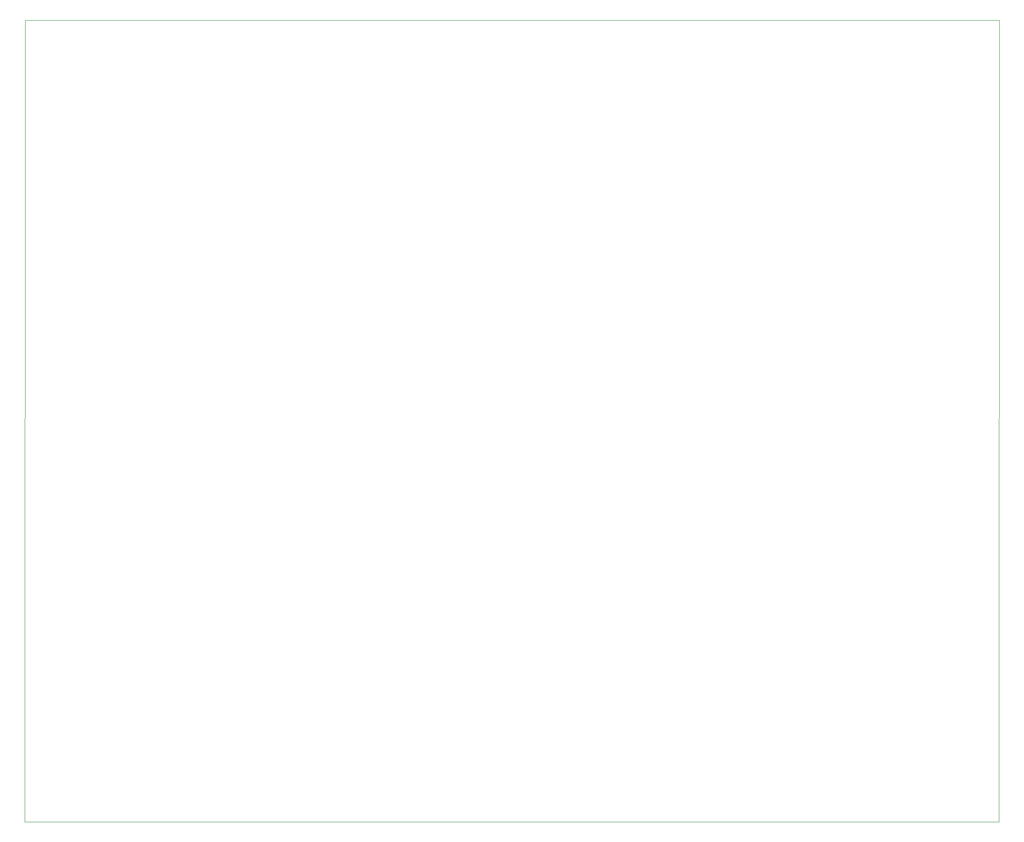
<source format=gm1>
G04 #@! TF.GenerationSoftware,KiCad,Pcbnew,(5.1.8)-1*
G04 #@! TF.CreationDate,2022-01-18T20:15:18+01:00*
G04 #@! TF.ProjectId,free_michelle_v1_0,66726565-5f6d-4696-9368-656c6c655f76,v1.0*
G04 #@! TF.SameCoordinates,Original*
G04 #@! TF.FileFunction,Profile,NP*
%FSLAX46Y46*%
G04 Gerber Fmt 4.6, Leading zero omitted, Abs format (unit mm)*
G04 Created by KiCad (PCBNEW (5.1.8)-1) date 2022-01-18 20:15:18*
%MOMM*%
%LPD*%
G01*
G04 APERTURE LIST*
G04 #@! TA.AperFunction,Profile*
%ADD10C,0.100000*%
G04 #@! TD*
G04 APERTURE END LIST*
D10*
X25150000Y-15750000D02*
X208950000Y-15750000D01*
X25050000Y-167050000D02*
X25150000Y-15750000D01*
X208850000Y-167050000D02*
X25050000Y-167050000D01*
X208950000Y-15750000D02*
X208850000Y-167050000D01*
M02*

</source>
